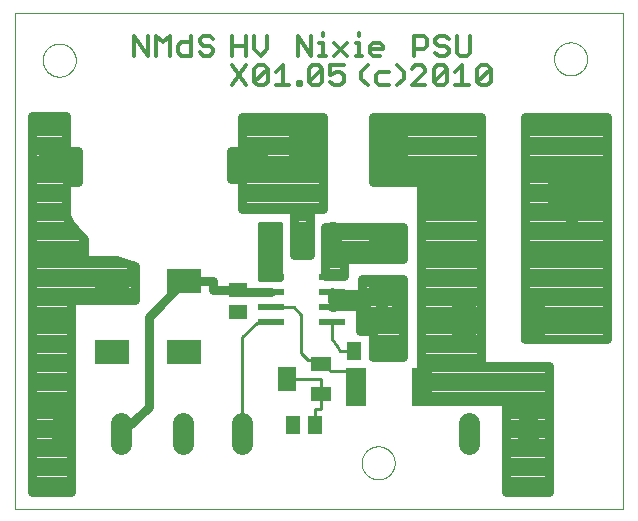
<source format=gtl>
G75*
%MOIN*%
%OFA0B0*%
%FSLAX25Y25*%
%IPPOS*%
%LPD*%
%AMOC8*
5,1,8,0,0,1.08239X$1,22.5*
%
%ADD10C,0.00000*%
%ADD11C,0.01200*%
%ADD12R,0.08661X0.02362*%
%ADD13R,0.13780X0.11811*%
%ADD14C,0.06000*%
%ADD15R,0.10630X0.07087*%
%ADD16R,0.07087X0.12598*%
%ADD17R,0.05118X0.05906*%
%ADD18R,0.11024X0.14961*%
%ADD19R,0.06299X0.07874*%
%ADD20R,0.07087X0.05118*%
%ADD21C,0.07050*%
%ADD22R,0.11811X0.07874*%
%ADD23R,0.05906X0.05118*%
%ADD24R,0.19685X0.11811*%
%ADD25R,0.07874X0.18110*%
%ADD26C,0.03150*%
%ADD27C,0.03000*%
%ADD28C,0.01000*%
%ADD29C,0.01600*%
%ADD30R,0.03962X0.03962*%
%ADD31C,0.04000*%
D10*
X0083315Y0083451D02*
X0083315Y0248806D01*
X0286071Y0248806D01*
X0286071Y0083451D01*
X0083315Y0083451D01*
X0198787Y0098688D02*
X0198789Y0098836D01*
X0198795Y0098984D01*
X0198805Y0099132D01*
X0198819Y0099279D01*
X0198837Y0099426D01*
X0198858Y0099572D01*
X0198884Y0099718D01*
X0198914Y0099863D01*
X0198947Y0100007D01*
X0198985Y0100150D01*
X0199026Y0100292D01*
X0199071Y0100433D01*
X0199119Y0100573D01*
X0199172Y0100712D01*
X0199228Y0100849D01*
X0199288Y0100984D01*
X0199351Y0101118D01*
X0199418Y0101250D01*
X0199489Y0101380D01*
X0199563Y0101508D01*
X0199640Y0101634D01*
X0199721Y0101758D01*
X0199805Y0101880D01*
X0199892Y0101999D01*
X0199983Y0102116D01*
X0200077Y0102231D01*
X0200173Y0102343D01*
X0200273Y0102453D01*
X0200375Y0102559D01*
X0200481Y0102663D01*
X0200589Y0102764D01*
X0200700Y0102862D01*
X0200813Y0102958D01*
X0200929Y0103050D01*
X0201047Y0103139D01*
X0201168Y0103224D01*
X0201291Y0103307D01*
X0201416Y0103386D01*
X0201543Y0103462D01*
X0201672Y0103534D01*
X0201803Y0103603D01*
X0201936Y0103668D01*
X0202071Y0103729D01*
X0202207Y0103787D01*
X0202344Y0103842D01*
X0202483Y0103892D01*
X0202624Y0103939D01*
X0202765Y0103982D01*
X0202908Y0104022D01*
X0203052Y0104057D01*
X0203196Y0104089D01*
X0203342Y0104116D01*
X0203488Y0104140D01*
X0203635Y0104160D01*
X0203782Y0104176D01*
X0203929Y0104188D01*
X0204077Y0104196D01*
X0204225Y0104200D01*
X0204373Y0104200D01*
X0204521Y0104196D01*
X0204669Y0104188D01*
X0204816Y0104176D01*
X0204963Y0104160D01*
X0205110Y0104140D01*
X0205256Y0104116D01*
X0205402Y0104089D01*
X0205546Y0104057D01*
X0205690Y0104022D01*
X0205833Y0103982D01*
X0205974Y0103939D01*
X0206115Y0103892D01*
X0206254Y0103842D01*
X0206391Y0103787D01*
X0206527Y0103729D01*
X0206662Y0103668D01*
X0206795Y0103603D01*
X0206926Y0103534D01*
X0207055Y0103462D01*
X0207182Y0103386D01*
X0207307Y0103307D01*
X0207430Y0103224D01*
X0207551Y0103139D01*
X0207669Y0103050D01*
X0207785Y0102958D01*
X0207898Y0102862D01*
X0208009Y0102764D01*
X0208117Y0102663D01*
X0208223Y0102559D01*
X0208325Y0102453D01*
X0208425Y0102343D01*
X0208521Y0102231D01*
X0208615Y0102116D01*
X0208706Y0101999D01*
X0208793Y0101880D01*
X0208877Y0101758D01*
X0208958Y0101634D01*
X0209035Y0101508D01*
X0209109Y0101380D01*
X0209180Y0101250D01*
X0209247Y0101118D01*
X0209310Y0100984D01*
X0209370Y0100849D01*
X0209426Y0100712D01*
X0209479Y0100573D01*
X0209527Y0100433D01*
X0209572Y0100292D01*
X0209613Y0100150D01*
X0209651Y0100007D01*
X0209684Y0099863D01*
X0209714Y0099718D01*
X0209740Y0099572D01*
X0209761Y0099426D01*
X0209779Y0099279D01*
X0209793Y0099132D01*
X0209803Y0098984D01*
X0209809Y0098836D01*
X0209811Y0098688D01*
X0209809Y0098540D01*
X0209803Y0098392D01*
X0209793Y0098244D01*
X0209779Y0098097D01*
X0209761Y0097950D01*
X0209740Y0097804D01*
X0209714Y0097658D01*
X0209684Y0097513D01*
X0209651Y0097369D01*
X0209613Y0097226D01*
X0209572Y0097084D01*
X0209527Y0096943D01*
X0209479Y0096803D01*
X0209426Y0096664D01*
X0209370Y0096527D01*
X0209310Y0096392D01*
X0209247Y0096258D01*
X0209180Y0096126D01*
X0209109Y0095996D01*
X0209035Y0095868D01*
X0208958Y0095742D01*
X0208877Y0095618D01*
X0208793Y0095496D01*
X0208706Y0095377D01*
X0208615Y0095260D01*
X0208521Y0095145D01*
X0208425Y0095033D01*
X0208325Y0094923D01*
X0208223Y0094817D01*
X0208117Y0094713D01*
X0208009Y0094612D01*
X0207898Y0094514D01*
X0207785Y0094418D01*
X0207669Y0094326D01*
X0207551Y0094237D01*
X0207430Y0094152D01*
X0207307Y0094069D01*
X0207182Y0093990D01*
X0207055Y0093914D01*
X0206926Y0093842D01*
X0206795Y0093773D01*
X0206662Y0093708D01*
X0206527Y0093647D01*
X0206391Y0093589D01*
X0206254Y0093534D01*
X0206115Y0093484D01*
X0205974Y0093437D01*
X0205833Y0093394D01*
X0205690Y0093354D01*
X0205546Y0093319D01*
X0205402Y0093287D01*
X0205256Y0093260D01*
X0205110Y0093236D01*
X0204963Y0093216D01*
X0204816Y0093200D01*
X0204669Y0093188D01*
X0204521Y0093180D01*
X0204373Y0093176D01*
X0204225Y0093176D01*
X0204077Y0093180D01*
X0203929Y0093188D01*
X0203782Y0093200D01*
X0203635Y0093216D01*
X0203488Y0093236D01*
X0203342Y0093260D01*
X0203196Y0093287D01*
X0203052Y0093319D01*
X0202908Y0093354D01*
X0202765Y0093394D01*
X0202624Y0093437D01*
X0202483Y0093484D01*
X0202344Y0093534D01*
X0202207Y0093589D01*
X0202071Y0093647D01*
X0201936Y0093708D01*
X0201803Y0093773D01*
X0201672Y0093842D01*
X0201543Y0093914D01*
X0201416Y0093990D01*
X0201291Y0094069D01*
X0201168Y0094152D01*
X0201047Y0094237D01*
X0200929Y0094326D01*
X0200813Y0094418D01*
X0200700Y0094514D01*
X0200589Y0094612D01*
X0200481Y0094713D01*
X0200375Y0094817D01*
X0200273Y0094923D01*
X0200173Y0095033D01*
X0200077Y0095145D01*
X0199983Y0095260D01*
X0199892Y0095377D01*
X0199805Y0095496D01*
X0199721Y0095618D01*
X0199640Y0095742D01*
X0199563Y0095868D01*
X0199489Y0095996D01*
X0199418Y0096126D01*
X0199351Y0096258D01*
X0199288Y0096392D01*
X0199228Y0096527D01*
X0199172Y0096664D01*
X0199119Y0096803D01*
X0199071Y0096943D01*
X0199026Y0097084D01*
X0198985Y0097226D01*
X0198947Y0097369D01*
X0198914Y0097513D01*
X0198884Y0097658D01*
X0198858Y0097804D01*
X0198837Y0097950D01*
X0198819Y0098097D01*
X0198805Y0098244D01*
X0198795Y0098392D01*
X0198789Y0098540D01*
X0198787Y0098688D01*
X0262921Y0233333D02*
X0262923Y0233481D01*
X0262929Y0233629D01*
X0262939Y0233777D01*
X0262953Y0233924D01*
X0262971Y0234071D01*
X0262992Y0234217D01*
X0263018Y0234363D01*
X0263048Y0234508D01*
X0263081Y0234652D01*
X0263119Y0234795D01*
X0263160Y0234937D01*
X0263205Y0235078D01*
X0263253Y0235218D01*
X0263306Y0235357D01*
X0263362Y0235494D01*
X0263422Y0235629D01*
X0263485Y0235763D01*
X0263552Y0235895D01*
X0263623Y0236025D01*
X0263697Y0236153D01*
X0263774Y0236279D01*
X0263855Y0236403D01*
X0263939Y0236525D01*
X0264026Y0236644D01*
X0264117Y0236761D01*
X0264211Y0236876D01*
X0264307Y0236988D01*
X0264407Y0237098D01*
X0264509Y0237204D01*
X0264615Y0237308D01*
X0264723Y0237409D01*
X0264834Y0237507D01*
X0264947Y0237603D01*
X0265063Y0237695D01*
X0265181Y0237784D01*
X0265302Y0237869D01*
X0265425Y0237952D01*
X0265550Y0238031D01*
X0265677Y0238107D01*
X0265806Y0238179D01*
X0265937Y0238248D01*
X0266070Y0238313D01*
X0266205Y0238374D01*
X0266341Y0238432D01*
X0266478Y0238487D01*
X0266617Y0238537D01*
X0266758Y0238584D01*
X0266899Y0238627D01*
X0267042Y0238667D01*
X0267186Y0238702D01*
X0267330Y0238734D01*
X0267476Y0238761D01*
X0267622Y0238785D01*
X0267769Y0238805D01*
X0267916Y0238821D01*
X0268063Y0238833D01*
X0268211Y0238841D01*
X0268359Y0238845D01*
X0268507Y0238845D01*
X0268655Y0238841D01*
X0268803Y0238833D01*
X0268950Y0238821D01*
X0269097Y0238805D01*
X0269244Y0238785D01*
X0269390Y0238761D01*
X0269536Y0238734D01*
X0269680Y0238702D01*
X0269824Y0238667D01*
X0269967Y0238627D01*
X0270108Y0238584D01*
X0270249Y0238537D01*
X0270388Y0238487D01*
X0270525Y0238432D01*
X0270661Y0238374D01*
X0270796Y0238313D01*
X0270929Y0238248D01*
X0271060Y0238179D01*
X0271189Y0238107D01*
X0271316Y0238031D01*
X0271441Y0237952D01*
X0271564Y0237869D01*
X0271685Y0237784D01*
X0271803Y0237695D01*
X0271919Y0237603D01*
X0272032Y0237507D01*
X0272143Y0237409D01*
X0272251Y0237308D01*
X0272357Y0237204D01*
X0272459Y0237098D01*
X0272559Y0236988D01*
X0272655Y0236876D01*
X0272749Y0236761D01*
X0272840Y0236644D01*
X0272927Y0236525D01*
X0273011Y0236403D01*
X0273092Y0236279D01*
X0273169Y0236153D01*
X0273243Y0236025D01*
X0273314Y0235895D01*
X0273381Y0235763D01*
X0273444Y0235629D01*
X0273504Y0235494D01*
X0273560Y0235357D01*
X0273613Y0235218D01*
X0273661Y0235078D01*
X0273706Y0234937D01*
X0273747Y0234795D01*
X0273785Y0234652D01*
X0273818Y0234508D01*
X0273848Y0234363D01*
X0273874Y0234217D01*
X0273895Y0234071D01*
X0273913Y0233924D01*
X0273927Y0233777D01*
X0273937Y0233629D01*
X0273943Y0233481D01*
X0273945Y0233333D01*
X0273943Y0233185D01*
X0273937Y0233037D01*
X0273927Y0232889D01*
X0273913Y0232742D01*
X0273895Y0232595D01*
X0273874Y0232449D01*
X0273848Y0232303D01*
X0273818Y0232158D01*
X0273785Y0232014D01*
X0273747Y0231871D01*
X0273706Y0231729D01*
X0273661Y0231588D01*
X0273613Y0231448D01*
X0273560Y0231309D01*
X0273504Y0231172D01*
X0273444Y0231037D01*
X0273381Y0230903D01*
X0273314Y0230771D01*
X0273243Y0230641D01*
X0273169Y0230513D01*
X0273092Y0230387D01*
X0273011Y0230263D01*
X0272927Y0230141D01*
X0272840Y0230022D01*
X0272749Y0229905D01*
X0272655Y0229790D01*
X0272559Y0229678D01*
X0272459Y0229568D01*
X0272357Y0229462D01*
X0272251Y0229358D01*
X0272143Y0229257D01*
X0272032Y0229159D01*
X0271919Y0229063D01*
X0271803Y0228971D01*
X0271685Y0228882D01*
X0271564Y0228797D01*
X0271441Y0228714D01*
X0271316Y0228635D01*
X0271189Y0228559D01*
X0271060Y0228487D01*
X0270929Y0228418D01*
X0270796Y0228353D01*
X0270661Y0228292D01*
X0270525Y0228234D01*
X0270388Y0228179D01*
X0270249Y0228129D01*
X0270108Y0228082D01*
X0269967Y0228039D01*
X0269824Y0227999D01*
X0269680Y0227964D01*
X0269536Y0227932D01*
X0269390Y0227905D01*
X0269244Y0227881D01*
X0269097Y0227861D01*
X0268950Y0227845D01*
X0268803Y0227833D01*
X0268655Y0227825D01*
X0268507Y0227821D01*
X0268359Y0227821D01*
X0268211Y0227825D01*
X0268063Y0227833D01*
X0267916Y0227845D01*
X0267769Y0227861D01*
X0267622Y0227881D01*
X0267476Y0227905D01*
X0267330Y0227932D01*
X0267186Y0227964D01*
X0267042Y0227999D01*
X0266899Y0228039D01*
X0266758Y0228082D01*
X0266617Y0228129D01*
X0266478Y0228179D01*
X0266341Y0228234D01*
X0266205Y0228292D01*
X0266070Y0228353D01*
X0265937Y0228418D01*
X0265806Y0228487D01*
X0265677Y0228559D01*
X0265550Y0228635D01*
X0265425Y0228714D01*
X0265302Y0228797D01*
X0265181Y0228882D01*
X0265063Y0228971D01*
X0264947Y0229063D01*
X0264834Y0229159D01*
X0264723Y0229257D01*
X0264615Y0229358D01*
X0264509Y0229462D01*
X0264407Y0229568D01*
X0264307Y0229678D01*
X0264211Y0229790D01*
X0264117Y0229905D01*
X0264026Y0230022D01*
X0263939Y0230141D01*
X0263855Y0230263D01*
X0263774Y0230387D01*
X0263697Y0230513D01*
X0263623Y0230641D01*
X0263552Y0230771D01*
X0263485Y0230903D01*
X0263422Y0231037D01*
X0263362Y0231172D01*
X0263306Y0231309D01*
X0263253Y0231448D01*
X0263205Y0231588D01*
X0263160Y0231729D01*
X0263119Y0231871D01*
X0263081Y0232014D01*
X0263048Y0232158D01*
X0263018Y0232303D01*
X0262992Y0232449D01*
X0262971Y0232595D01*
X0262953Y0232742D01*
X0262939Y0232889D01*
X0262929Y0233037D01*
X0262923Y0233185D01*
X0262921Y0233333D01*
X0092488Y0232940D02*
X0092490Y0233088D01*
X0092496Y0233236D01*
X0092506Y0233384D01*
X0092520Y0233531D01*
X0092538Y0233678D01*
X0092559Y0233824D01*
X0092585Y0233970D01*
X0092615Y0234115D01*
X0092648Y0234259D01*
X0092686Y0234402D01*
X0092727Y0234544D01*
X0092772Y0234685D01*
X0092820Y0234825D01*
X0092873Y0234964D01*
X0092929Y0235101D01*
X0092989Y0235236D01*
X0093052Y0235370D01*
X0093119Y0235502D01*
X0093190Y0235632D01*
X0093264Y0235760D01*
X0093341Y0235886D01*
X0093422Y0236010D01*
X0093506Y0236132D01*
X0093593Y0236251D01*
X0093684Y0236368D01*
X0093778Y0236483D01*
X0093874Y0236595D01*
X0093974Y0236705D01*
X0094076Y0236811D01*
X0094182Y0236915D01*
X0094290Y0237016D01*
X0094401Y0237114D01*
X0094514Y0237210D01*
X0094630Y0237302D01*
X0094748Y0237391D01*
X0094869Y0237476D01*
X0094992Y0237559D01*
X0095117Y0237638D01*
X0095244Y0237714D01*
X0095373Y0237786D01*
X0095504Y0237855D01*
X0095637Y0237920D01*
X0095772Y0237981D01*
X0095908Y0238039D01*
X0096045Y0238094D01*
X0096184Y0238144D01*
X0096325Y0238191D01*
X0096466Y0238234D01*
X0096609Y0238274D01*
X0096753Y0238309D01*
X0096897Y0238341D01*
X0097043Y0238368D01*
X0097189Y0238392D01*
X0097336Y0238412D01*
X0097483Y0238428D01*
X0097630Y0238440D01*
X0097778Y0238448D01*
X0097926Y0238452D01*
X0098074Y0238452D01*
X0098222Y0238448D01*
X0098370Y0238440D01*
X0098517Y0238428D01*
X0098664Y0238412D01*
X0098811Y0238392D01*
X0098957Y0238368D01*
X0099103Y0238341D01*
X0099247Y0238309D01*
X0099391Y0238274D01*
X0099534Y0238234D01*
X0099675Y0238191D01*
X0099816Y0238144D01*
X0099955Y0238094D01*
X0100092Y0238039D01*
X0100228Y0237981D01*
X0100363Y0237920D01*
X0100496Y0237855D01*
X0100627Y0237786D01*
X0100756Y0237714D01*
X0100883Y0237638D01*
X0101008Y0237559D01*
X0101131Y0237476D01*
X0101252Y0237391D01*
X0101370Y0237302D01*
X0101486Y0237210D01*
X0101599Y0237114D01*
X0101710Y0237016D01*
X0101818Y0236915D01*
X0101924Y0236811D01*
X0102026Y0236705D01*
X0102126Y0236595D01*
X0102222Y0236483D01*
X0102316Y0236368D01*
X0102407Y0236251D01*
X0102494Y0236132D01*
X0102578Y0236010D01*
X0102659Y0235886D01*
X0102736Y0235760D01*
X0102810Y0235632D01*
X0102881Y0235502D01*
X0102948Y0235370D01*
X0103011Y0235236D01*
X0103071Y0235101D01*
X0103127Y0234964D01*
X0103180Y0234825D01*
X0103228Y0234685D01*
X0103273Y0234544D01*
X0103314Y0234402D01*
X0103352Y0234259D01*
X0103385Y0234115D01*
X0103415Y0233970D01*
X0103441Y0233824D01*
X0103462Y0233678D01*
X0103480Y0233531D01*
X0103494Y0233384D01*
X0103504Y0233236D01*
X0103510Y0233088D01*
X0103512Y0232940D01*
X0103510Y0232792D01*
X0103504Y0232644D01*
X0103494Y0232496D01*
X0103480Y0232349D01*
X0103462Y0232202D01*
X0103441Y0232056D01*
X0103415Y0231910D01*
X0103385Y0231765D01*
X0103352Y0231621D01*
X0103314Y0231478D01*
X0103273Y0231336D01*
X0103228Y0231195D01*
X0103180Y0231055D01*
X0103127Y0230916D01*
X0103071Y0230779D01*
X0103011Y0230644D01*
X0102948Y0230510D01*
X0102881Y0230378D01*
X0102810Y0230248D01*
X0102736Y0230120D01*
X0102659Y0229994D01*
X0102578Y0229870D01*
X0102494Y0229748D01*
X0102407Y0229629D01*
X0102316Y0229512D01*
X0102222Y0229397D01*
X0102126Y0229285D01*
X0102026Y0229175D01*
X0101924Y0229069D01*
X0101818Y0228965D01*
X0101710Y0228864D01*
X0101599Y0228766D01*
X0101486Y0228670D01*
X0101370Y0228578D01*
X0101252Y0228489D01*
X0101131Y0228404D01*
X0101008Y0228321D01*
X0100883Y0228242D01*
X0100756Y0228166D01*
X0100627Y0228094D01*
X0100496Y0228025D01*
X0100363Y0227960D01*
X0100228Y0227899D01*
X0100092Y0227841D01*
X0099955Y0227786D01*
X0099816Y0227736D01*
X0099675Y0227689D01*
X0099534Y0227646D01*
X0099391Y0227606D01*
X0099247Y0227571D01*
X0099103Y0227539D01*
X0098957Y0227512D01*
X0098811Y0227488D01*
X0098664Y0227468D01*
X0098517Y0227452D01*
X0098370Y0227440D01*
X0098222Y0227432D01*
X0098074Y0227428D01*
X0097926Y0227428D01*
X0097778Y0227432D01*
X0097630Y0227440D01*
X0097483Y0227452D01*
X0097336Y0227468D01*
X0097189Y0227488D01*
X0097043Y0227512D01*
X0096897Y0227539D01*
X0096753Y0227571D01*
X0096609Y0227606D01*
X0096466Y0227646D01*
X0096325Y0227689D01*
X0096184Y0227736D01*
X0096045Y0227786D01*
X0095908Y0227841D01*
X0095772Y0227899D01*
X0095637Y0227960D01*
X0095504Y0228025D01*
X0095373Y0228094D01*
X0095244Y0228166D01*
X0095117Y0228242D01*
X0094992Y0228321D01*
X0094869Y0228404D01*
X0094748Y0228489D01*
X0094630Y0228578D01*
X0094514Y0228670D01*
X0094401Y0228766D01*
X0094290Y0228864D01*
X0094182Y0228965D01*
X0094076Y0229069D01*
X0093974Y0229175D01*
X0093874Y0229285D01*
X0093778Y0229397D01*
X0093684Y0229512D01*
X0093593Y0229629D01*
X0093506Y0229748D01*
X0093422Y0229870D01*
X0093341Y0229994D01*
X0093264Y0230120D01*
X0093190Y0230248D01*
X0093119Y0230378D01*
X0093052Y0230510D01*
X0092989Y0230644D01*
X0092929Y0230779D01*
X0092873Y0230916D01*
X0092820Y0231055D01*
X0092772Y0231195D01*
X0092727Y0231336D01*
X0092686Y0231478D01*
X0092648Y0231621D01*
X0092615Y0231765D01*
X0092585Y0231910D01*
X0092559Y0232056D01*
X0092538Y0232202D01*
X0092520Y0232349D01*
X0092506Y0232496D01*
X0092496Y0232644D01*
X0092490Y0232792D01*
X0092488Y0232940D01*
D11*
X0123049Y0234406D02*
X0123049Y0241085D01*
X0127502Y0234406D01*
X0127502Y0241085D01*
X0130299Y0241085D02*
X0132526Y0238859D01*
X0134753Y0241085D01*
X0134753Y0234406D01*
X0137550Y0235519D02*
X0137550Y0237746D01*
X0138663Y0238859D01*
X0142003Y0238859D01*
X0142003Y0241085D02*
X0142003Y0234406D01*
X0138663Y0234406D01*
X0137550Y0235519D01*
X0144800Y0235519D02*
X0145913Y0234406D01*
X0148140Y0234406D01*
X0149253Y0235519D01*
X0149253Y0236632D01*
X0148140Y0237746D01*
X0145913Y0237746D01*
X0144800Y0238859D01*
X0144800Y0239972D01*
X0145913Y0241085D01*
X0148140Y0241085D01*
X0149253Y0239972D01*
X0155687Y0241007D02*
X0155687Y0234327D01*
X0155726Y0231204D02*
X0160179Y0224524D01*
X0162977Y0225637D02*
X0167430Y0230090D01*
X0167430Y0225637D01*
X0166316Y0224524D01*
X0164090Y0224524D01*
X0162977Y0225637D01*
X0162977Y0230090D01*
X0164090Y0231204D01*
X0166316Y0231204D01*
X0167430Y0230090D01*
X0170227Y0228977D02*
X0172453Y0231204D01*
X0172453Y0224524D01*
X0170227Y0224524D02*
X0174680Y0224524D01*
X0177477Y0224524D02*
X0177477Y0225637D01*
X0178590Y0225637D01*
X0178590Y0224524D01*
X0177477Y0224524D01*
X0181102Y0225637D02*
X0185555Y0230090D01*
X0185555Y0225637D01*
X0184442Y0224524D01*
X0182216Y0224524D01*
X0181102Y0225637D01*
X0181102Y0230090D01*
X0182216Y0231204D01*
X0184442Y0231204D01*
X0185555Y0230090D01*
X0188353Y0231204D02*
X0188353Y0227864D01*
X0190579Y0228977D01*
X0191692Y0228977D01*
X0192806Y0227864D01*
X0192806Y0225637D01*
X0191692Y0224524D01*
X0189466Y0224524D01*
X0188353Y0225637D01*
X0188353Y0231204D02*
X0192806Y0231204D01*
X0193975Y0234327D02*
X0189522Y0238780D01*
X0185801Y0238780D02*
X0185801Y0234327D01*
X0184688Y0234327D02*
X0186915Y0234327D01*
X0189522Y0234327D02*
X0193975Y0238780D01*
X0196772Y0238780D02*
X0197885Y0238780D01*
X0197885Y0234327D01*
X0196772Y0234327D02*
X0198998Y0234327D01*
X0201605Y0235440D02*
X0201605Y0237667D01*
X0202719Y0238780D01*
X0204945Y0238780D01*
X0206058Y0237667D01*
X0206058Y0236554D01*
X0201605Y0236554D01*
X0201605Y0235440D02*
X0202719Y0234327D01*
X0204945Y0234327D01*
X0200866Y0231243D02*
X0198640Y0229016D01*
X0198640Y0226790D01*
X0200866Y0224563D01*
X0203473Y0225677D02*
X0204586Y0224563D01*
X0207926Y0224563D01*
X0210723Y0224563D02*
X0212950Y0226790D01*
X0212950Y0229016D01*
X0210723Y0231243D01*
X0207926Y0229016D02*
X0204586Y0229016D01*
X0203473Y0227903D01*
X0203473Y0225677D01*
X0215557Y0224563D02*
X0220010Y0229016D01*
X0220010Y0230130D01*
X0218897Y0231243D01*
X0216670Y0231243D01*
X0215557Y0230130D01*
X0216106Y0234327D02*
X0216106Y0241007D01*
X0219446Y0241007D01*
X0220559Y0239893D01*
X0220559Y0237667D01*
X0219446Y0236554D01*
X0216106Y0236554D01*
X0223356Y0235440D02*
X0224469Y0234327D01*
X0226696Y0234327D01*
X0227809Y0235440D01*
X0227809Y0236554D01*
X0226696Y0237667D01*
X0224469Y0237667D01*
X0223356Y0238780D01*
X0223356Y0239893D01*
X0224469Y0241007D01*
X0226696Y0241007D01*
X0227809Y0239893D01*
X0230606Y0241007D02*
X0230606Y0235440D01*
X0231720Y0234327D01*
X0233946Y0234327D01*
X0235060Y0235440D01*
X0235060Y0241007D01*
X0232284Y0231243D02*
X0230058Y0229016D01*
X0227260Y0230130D02*
X0227260Y0225677D01*
X0226147Y0224563D01*
X0223921Y0224563D01*
X0222807Y0225677D01*
X0227260Y0230130D01*
X0226147Y0231243D01*
X0223921Y0231243D01*
X0222807Y0230130D01*
X0222807Y0225677D01*
X0220010Y0224563D02*
X0215557Y0224563D01*
X0230058Y0224563D02*
X0234511Y0224563D01*
X0232284Y0224563D02*
X0232284Y0231243D01*
X0237308Y0230130D02*
X0237308Y0225677D01*
X0241761Y0230130D01*
X0241761Y0225677D01*
X0240648Y0224563D01*
X0238421Y0224563D01*
X0237308Y0225677D01*
X0237308Y0230130D02*
X0238421Y0231243D01*
X0240648Y0231243D01*
X0241761Y0230130D01*
X0197885Y0241007D02*
X0197885Y0242120D01*
X0185801Y0242120D02*
X0185801Y0241007D01*
X0185801Y0238780D02*
X0184688Y0238780D01*
X0181891Y0241007D02*
X0181891Y0234327D01*
X0177438Y0241007D01*
X0177438Y0234327D01*
X0167390Y0236554D02*
X0167390Y0241007D01*
X0162937Y0241007D02*
X0162937Y0236554D01*
X0165164Y0234327D01*
X0167390Y0236554D01*
X0160140Y0237667D02*
X0155687Y0237667D01*
X0160140Y0241007D02*
X0160140Y0234327D01*
X0160179Y0231204D02*
X0155726Y0224524D01*
X0130299Y0234406D02*
X0130299Y0241085D01*
D12*
X0168473Y0160518D03*
X0168473Y0155518D03*
X0168473Y0150518D03*
X0168473Y0145518D03*
X0188945Y0145518D03*
X0188945Y0150518D03*
X0188945Y0155518D03*
X0188945Y0160518D03*
D13*
X0160992Y0197507D03*
X0098000Y0197507D03*
D14*
X0169103Y0175940D02*
X0169103Y0169940D01*
X0179103Y0169940D02*
X0179103Y0175940D01*
X0189103Y0175940D02*
X0189103Y0169940D01*
D15*
X0206662Y0174278D03*
X0206662Y0156955D03*
D16*
X0196819Y0123885D03*
X0218866Y0123885D03*
D17*
X0203709Y0136089D03*
X0196229Y0136089D03*
X0183236Y0111286D03*
X0175756Y0111286D03*
D18*
X0179890Y0203018D03*
X0209024Y0203018D03*
D19*
X0173985Y0126640D03*
D20*
X0185402Y0121522D03*
X0185402Y0131759D03*
D21*
X0159024Y0112055D02*
X0159024Y0105005D01*
X0139339Y0105005D02*
X0139339Y0112055D01*
X0118473Y0112055D02*
X0118473Y0105005D01*
X0098788Y0105005D02*
X0098788Y0112055D01*
X0234614Y0112055D02*
X0234614Y0105005D01*
X0254299Y0105005D02*
X0254299Y0112055D01*
D22*
X0139693Y0135735D03*
X0115717Y0135696D03*
X0115717Y0159318D03*
X0139693Y0159357D03*
D23*
X0157449Y0156365D03*
X0157449Y0148885D03*
D24*
X0227764Y0190538D03*
X0270677Y0190538D03*
D25*
X0255874Y0147900D03*
X0233040Y0147900D03*
D26*
X0238551Y0149444D02*
X0218473Y0149444D01*
X0218473Y0152592D02*
X0238551Y0152592D01*
X0238551Y0155740D02*
X0218473Y0155740D01*
X0218473Y0158888D02*
X0238551Y0158888D01*
X0238551Y0162036D02*
X0218473Y0162036D01*
X0218473Y0165184D02*
X0238551Y0165184D01*
X0238551Y0168333D02*
X0218473Y0168333D01*
X0218473Y0171481D02*
X0238551Y0171481D01*
X0238551Y0174629D02*
X0218473Y0174629D01*
X0218473Y0177777D02*
X0238551Y0177777D01*
X0238551Y0180925D02*
X0218473Y0180925D01*
X0218473Y0184073D02*
X0238551Y0184073D01*
X0238551Y0187221D02*
X0218473Y0187221D01*
X0218473Y0190369D02*
X0238551Y0190369D01*
X0238551Y0193517D02*
X0202725Y0193517D01*
X0202725Y0192388D02*
X0202725Y0214042D01*
X0238551Y0214042D01*
X0238551Y0130971D01*
X0261386Y0130971D01*
X0261386Y0089026D01*
X0246819Y0089026D01*
X0246819Y0119160D01*
X0218473Y0119160D01*
X0218473Y0192388D01*
X0202725Y0192388D01*
X0202725Y0196666D02*
X0238551Y0196666D01*
X0238551Y0199814D02*
X0202725Y0199814D01*
X0202725Y0202962D02*
X0238551Y0202962D01*
X0238551Y0206110D02*
X0202725Y0206110D01*
X0202725Y0209258D02*
X0238551Y0209258D01*
X0238551Y0212406D02*
X0202725Y0212406D01*
X0185796Y0212406D02*
X0159024Y0212406D01*
X0159024Y0214042D02*
X0159024Y0203412D01*
X0158482Y0203412D01*
X0157752Y0202682D01*
X0155087Y0202682D01*
X0155087Y0193176D01*
X0159024Y0193176D01*
X0159024Y0183333D01*
X0176347Y0183333D01*
X0176347Y0167979D01*
X0181465Y0167979D01*
X0181465Y0183333D01*
X0185796Y0183333D01*
X0185796Y0214042D01*
X0159024Y0214042D01*
X0159024Y0209258D02*
X0185796Y0209258D01*
X0185796Y0206110D02*
X0159024Y0206110D01*
X0158032Y0202962D02*
X0185796Y0202962D01*
X0185796Y0199814D02*
X0155087Y0199814D01*
X0155087Y0196666D02*
X0185796Y0196666D01*
X0185796Y0193517D02*
X0155087Y0193517D01*
X0159024Y0190369D02*
X0185796Y0190369D01*
X0185796Y0187221D02*
X0159024Y0187221D01*
X0159024Y0184073D02*
X0185796Y0184073D01*
X0181465Y0180925D02*
X0176347Y0180925D01*
X0176347Y0177777D02*
X0181465Y0177777D01*
X0181465Y0174629D02*
X0176347Y0174629D01*
X0176347Y0171481D02*
X0181465Y0171481D01*
X0181465Y0168333D02*
X0176347Y0168333D01*
X0186689Y0168333D02*
X0212567Y0168333D01*
X0212567Y0166798D02*
X0192882Y0166798D01*
X0192882Y0160892D01*
X0186689Y0160892D01*
X0186689Y0177428D01*
X0212567Y0177428D01*
X0212567Y0166798D01*
X0212567Y0171481D02*
X0186689Y0171481D01*
X0186689Y0174629D02*
X0212567Y0174629D01*
X0212567Y0160105D02*
X0198788Y0160105D01*
X0198788Y0154987D01*
X0190520Y0154987D01*
X0190520Y0151050D01*
X0198394Y0151050D01*
X0198394Y0142782D01*
X0202725Y0142782D01*
X0202725Y0134121D01*
X0212567Y0134121D01*
X0212567Y0160105D01*
X0212567Y0158888D02*
X0198788Y0158888D01*
X0198788Y0155740D02*
X0212567Y0155740D01*
X0212567Y0152592D02*
X0190520Y0152592D01*
X0198394Y0149444D02*
X0212567Y0149444D01*
X0212567Y0146296D02*
X0198394Y0146296D01*
X0198394Y0143148D02*
X0212567Y0143148D01*
X0212567Y0139999D02*
X0202725Y0139999D01*
X0202725Y0136851D02*
X0212567Y0136851D01*
X0218473Y0136851D02*
X0238551Y0136851D01*
X0238551Y0133703D02*
X0218473Y0133703D01*
X0218473Y0130555D02*
X0261386Y0130555D01*
X0261386Y0127407D02*
X0218473Y0127407D01*
X0218473Y0124259D02*
X0261386Y0124259D01*
X0261386Y0121111D02*
X0218473Y0121111D01*
X0218473Y0139999D02*
X0238551Y0139999D01*
X0238551Y0143148D02*
X0218473Y0143148D01*
X0218473Y0146296D02*
X0238551Y0146296D01*
X0253118Y0146296D02*
X0280496Y0146296D01*
X0280496Y0149444D02*
X0253118Y0149444D01*
X0253118Y0152592D02*
X0280496Y0152592D01*
X0280496Y0155740D02*
X0253118Y0155740D01*
X0253118Y0158888D02*
X0280496Y0158888D01*
X0280496Y0162036D02*
X0253118Y0162036D01*
X0253118Y0165184D02*
X0280496Y0165184D01*
X0280496Y0168333D02*
X0253118Y0168333D01*
X0253118Y0171481D02*
X0280496Y0171481D01*
X0280496Y0174629D02*
X0253118Y0174629D01*
X0253118Y0177777D02*
X0280496Y0177777D01*
X0280496Y0180925D02*
X0253118Y0180925D01*
X0253118Y0184073D02*
X0280496Y0184073D01*
X0280496Y0187221D02*
X0253118Y0187221D01*
X0253118Y0190369D02*
X0280496Y0190369D01*
X0280496Y0193517D02*
X0253118Y0193517D01*
X0253118Y0196666D02*
X0280496Y0196666D01*
X0280496Y0199814D02*
X0253118Y0199814D01*
X0253118Y0202962D02*
X0280496Y0202962D01*
X0280496Y0206110D02*
X0253118Y0206110D01*
X0253118Y0209258D02*
X0280496Y0209258D01*
X0280496Y0212406D02*
X0253118Y0212406D01*
X0253118Y0214042D02*
X0280496Y0214042D01*
X0280496Y0140026D01*
X0253118Y0140026D01*
X0253118Y0214042D01*
X0192882Y0165184D02*
X0186689Y0165184D01*
X0186689Y0162036D02*
X0192882Y0162036D01*
X0246819Y0117963D02*
X0261386Y0117963D01*
X0261386Y0114815D02*
X0246819Y0114815D01*
X0246819Y0111666D02*
X0261386Y0111666D01*
X0261386Y0108518D02*
X0246819Y0108518D01*
X0246819Y0105370D02*
X0261386Y0105370D01*
X0261386Y0102222D02*
X0246819Y0102222D01*
X0246819Y0099074D02*
X0261386Y0099074D01*
X0261386Y0095926D02*
X0246819Y0095926D01*
X0246819Y0092778D02*
X0261386Y0092778D01*
X0261386Y0089630D02*
X0246819Y0089630D01*
X0253118Y0143148D02*
X0280496Y0143148D01*
X0123197Y0153018D02*
X0123197Y0164351D01*
X0123080Y0164362D01*
X0123080Y0164362D01*
X0116898Y0166186D01*
X0116898Y0166186D01*
X0116477Y0166404D01*
X0106268Y0166404D01*
X0106268Y0173033D01*
X0106121Y0173149D01*
X0106121Y0173149D01*
X0106121Y0173149D01*
X0101918Y0178036D01*
X0101918Y0178036D01*
X0100700Y0180167D01*
X0100132Y0180734D01*
X0100132Y0181160D01*
X0099936Y0181504D01*
X0100132Y0182225D01*
X0100132Y0191279D01*
X0101224Y0192371D01*
X0104132Y0192371D01*
X0104132Y0202642D01*
X0101224Y0202642D01*
X0100132Y0203734D01*
X0100132Y0213288D01*
X0099936Y0214009D01*
X0100132Y0214353D01*
X0100132Y0214436D01*
X0088890Y0214436D01*
X0088890Y0089026D01*
X0101937Y0089026D01*
X0101937Y0153018D01*
X0123197Y0153018D01*
X0123197Y0155740D02*
X0088890Y0155740D01*
X0088890Y0152592D02*
X0101937Y0152592D01*
X0101937Y0149444D02*
X0088890Y0149444D01*
X0088890Y0146296D02*
X0101937Y0146296D01*
X0101937Y0143148D02*
X0088890Y0143148D01*
X0088890Y0139999D02*
X0101937Y0139999D01*
X0101937Y0136851D02*
X0088890Y0136851D01*
X0088890Y0133703D02*
X0101937Y0133703D01*
X0101937Y0130555D02*
X0088890Y0130555D01*
X0088890Y0127407D02*
X0101937Y0127407D01*
X0101937Y0124259D02*
X0088890Y0124259D01*
X0088890Y0121111D02*
X0101937Y0121111D01*
X0101937Y0117963D02*
X0088890Y0117963D01*
X0088890Y0114815D02*
X0101937Y0114815D01*
X0101937Y0111666D02*
X0088890Y0111666D01*
X0088890Y0108518D02*
X0101937Y0108518D01*
X0101937Y0105370D02*
X0088890Y0105370D01*
X0088890Y0102222D02*
X0101937Y0102222D01*
X0101937Y0099074D02*
X0088890Y0099074D01*
X0088890Y0095926D02*
X0101937Y0095926D01*
X0101937Y0092778D02*
X0088890Y0092778D01*
X0088890Y0089630D02*
X0101937Y0089630D01*
X0088890Y0158888D02*
X0123197Y0158888D01*
X0123197Y0162036D02*
X0088890Y0162036D01*
X0088890Y0165184D02*
X0120293Y0165184D01*
X0106268Y0168333D02*
X0088890Y0168333D01*
X0088890Y0171481D02*
X0106268Y0171481D01*
X0104848Y0174629D02*
X0088890Y0174629D01*
X0088890Y0177777D02*
X0102140Y0177777D01*
X0100132Y0180925D02*
X0088890Y0180925D01*
X0088890Y0184073D02*
X0100132Y0184073D01*
X0100132Y0187221D02*
X0088890Y0187221D01*
X0088890Y0190369D02*
X0100132Y0190369D01*
X0104132Y0193517D02*
X0088890Y0193517D01*
X0088890Y0196666D02*
X0104132Y0196666D01*
X0104132Y0199814D02*
X0088890Y0199814D01*
X0088890Y0202962D02*
X0100905Y0202962D01*
X0100132Y0206110D02*
X0088890Y0206110D01*
X0088890Y0209258D02*
X0100132Y0209258D01*
X0100132Y0212406D02*
X0088890Y0212406D01*
D27*
X0139693Y0159357D02*
X0149181Y0159357D01*
X0149181Y0156365D01*
X0157449Y0156365D01*
X0157449Y0155518D01*
X0168473Y0155518D01*
X0188945Y0155518D02*
X0188945Y0152625D01*
X0189339Y0152231D01*
X0190520Y0152231D01*
X0190520Y0151050D02*
X0189339Y0150656D01*
X0188945Y0150518D01*
X0139693Y0159357D02*
X0127922Y0147152D01*
X0127922Y0117192D01*
X0118473Y0108530D01*
D28*
X0159024Y0108530D02*
X0159024Y0140571D01*
X0163748Y0145295D01*
X0168473Y0145518D01*
X0168473Y0150518D02*
X0176091Y0150518D01*
X0178709Y0147900D01*
X0178709Y0135302D01*
X0181071Y0132940D01*
X0185402Y0132940D01*
X0185402Y0131759D01*
X0188551Y0129396D01*
X0193670Y0129396D01*
X0196819Y0123885D01*
X0185402Y0121522D02*
X0185402Y0116798D01*
X0183236Y0116798D01*
X0183236Y0111286D01*
X0185402Y0121522D02*
X0185402Y0126640D01*
X0173985Y0126640D01*
X0190520Y0137664D02*
X0188945Y0140007D01*
X0188945Y0145518D01*
X0190520Y0137664D02*
X0191701Y0136089D01*
X0196229Y0136089D01*
D29*
X0171622Y0160105D02*
X0164929Y0160105D01*
X0164929Y0178215D01*
X0171622Y0178215D01*
X0171622Y0160105D01*
X0171622Y0161660D02*
X0164929Y0161660D01*
X0164929Y0163259D02*
X0171622Y0163259D01*
X0171622Y0164857D02*
X0164929Y0164857D01*
X0164929Y0166456D02*
X0171622Y0166456D01*
X0171622Y0168054D02*
X0164929Y0168054D01*
X0164929Y0169653D02*
X0171622Y0169653D01*
X0171622Y0171251D02*
X0164929Y0171251D01*
X0164929Y0172850D02*
X0171622Y0172850D01*
X0171622Y0174448D02*
X0164929Y0174448D01*
X0164929Y0176047D02*
X0171622Y0176047D01*
X0171622Y0177645D02*
X0164929Y0177645D01*
D30*
X0199969Y0149869D03*
X0205481Y0149869D03*
X0210992Y0149869D03*
X0210992Y0143963D03*
X0205481Y0143963D03*
X0199969Y0143963D03*
X0210992Y0138058D03*
X0268866Y0161286D03*
X0268866Y0169160D03*
X0268866Y0177428D03*
X0269260Y0203412D03*
X0269260Y0211680D03*
D31*
X0175756Y0111286D03*
X0139693Y0135735D03*
X0157449Y0148885D03*
X0115717Y0135696D03*
M02*

</source>
